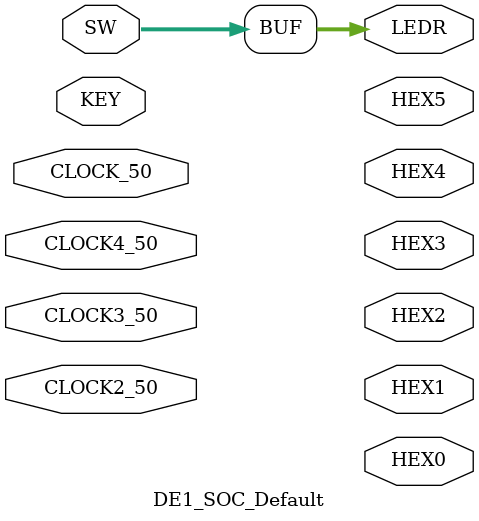
<source format=v>


module DE1_SOC_Default(

	//////////// CLOCK //////////
	input 		          		CLOCK2_50,
	input 		          		CLOCK3_50,
	input 		          		CLOCK4_50,
	input 		          		CLOCK_50,

	//////////// SEG7 //////////
	output		     [6:0]		HEX0,
	output		     [6:0]		HEX1,
	output		     [6:0]		HEX2,
	output		     [6:0]		HEX3,
	output		     [6:0]		HEX4,
	output		     [6:0]		HEX5,

	//////////// KEY //////////
	input 		     [3:0]		KEY,

	//////////// LED ////////// 
	output		     [9:0]		LEDR,

	//////////// SW //////////
	input 		     [9:0]		SW
);



//=======================================================
//  REG/WIRE declarations
//=======================================================




//=======================================================
//  Structural coding
//=======================================================

assign LEDR [9:0] = SW [9:0];

endmodule

</source>
